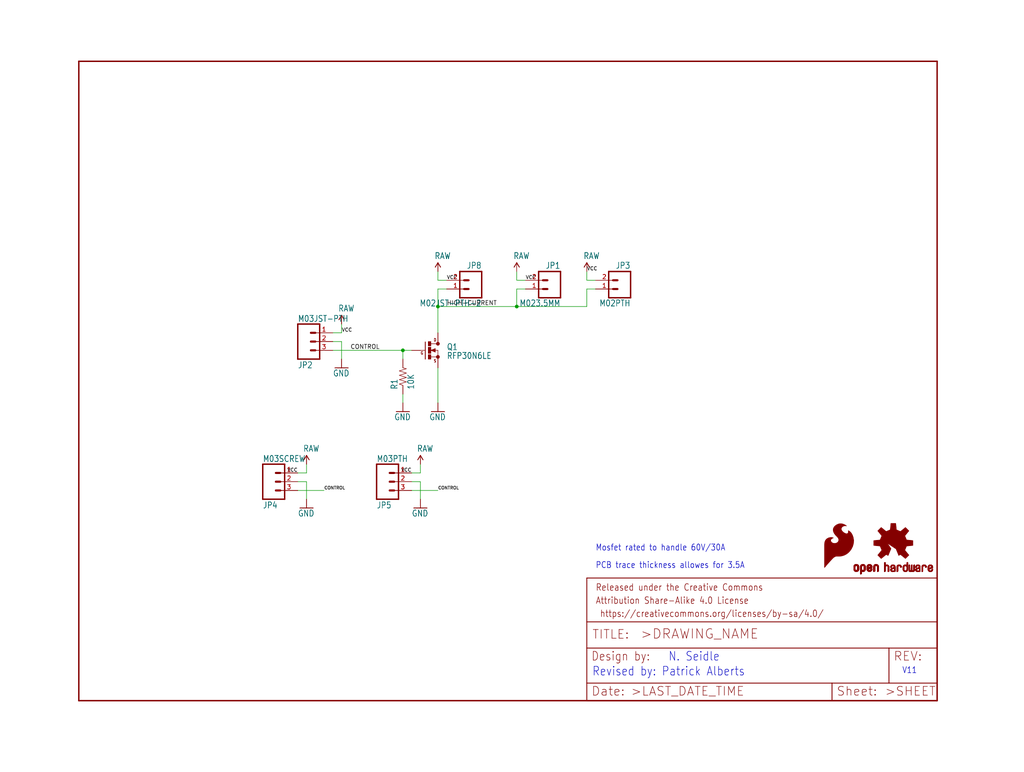
<source format=kicad_sch>
(kicad_sch (version 20211123) (generator eeschema)
  (paper "User" 297.002 223.926)
  (lib_symbols
    (symbol "schematicEagle-eagle-import:FRAME-LETTER"
      (symbol "FRAME-LETTER_2_0"
        (text " https://creativecommons.org/licenses/by-sa/4.0/" (at 2.54 24.13 0) (effects (font (size 1.9304 1.6408)) (justify left bottom)))
        (text ">DRAWING_NAME" (at 15.494 17.78 0) (effects (font (size 2.7432 2.7432)) (justify left bottom)))
        (text ">LAST_DATE_TIME" (at 12.7 1.27 0) (effects (font (size 2.54 2.54)) (justify left bottom)))
        (text ">SHEET" (at 86.36 1.27 0) (effects (font (size 2.54 2.54)) (justify left bottom)))
        (text "Attribution Share-Alike 4.0 License" (at 2.54 27.94 0) (effects (font (size 1.9304 1.6408)) (justify left bottom)))
        (text "Date:" (at 1.27 1.27 0) (effects (font (size 2.54 2.54)) (justify left bottom)))
        (text "Design by:" (at 1.27 11.43 0) (effects (font (size 2.54 2.159)) (justify left bottom)))
        (text "Released under the Creative Commons" (at 2.54 31.75 0) (effects (font (size 1.9304 1.6408)) (justify left bottom)))
        (text "REV:" (at 88.9 11.43 0) (effects (font (size 2.54 2.54)) (justify left bottom)))
        (text "Sheet:" (at 72.39 1.27 0) (effects (font (size 2.54 2.54)) (justify left bottom)))
        (text "TITLE:" (at 1.524 17.78 0) (effects (font (size 2.54 2.54)) (justify left bottom)))
      )
    )
    (symbol "schematicEagle-eagle-import:GND" (power)
      (property "Value" "GND" (at -2.54 -2.54 0))
      (symbol "GND_1_0"
        (pin power_in line (at 0 2.54 270) (length 2.54) (name "GND") (number "1"))
      )
    )
    (symbol "schematicEagle-eagle-import:M023.5MM"
      (property "Reference" "JP" (at -2.54 5.842 0))
      (property "Value" "M023.5MM" (at -2.54 -5.08 0))
      (symbol "M023.5MM_1_0"
        (pin passive line (at 7.62 0 180) (length 5.08) (name "1") (number "1"))
        (pin passive line (at 7.62 2.54 180) (length 5.08) (name "2") (number "2"))
      )
    )
    (symbol "schematicEagle-eagle-import:M02JST-PTH-2"
      (property "Reference" "JP" (at -2.54 5.842 0))
      (property "Value" "M02JST-PTH-2" (at -2.54 -5.08 0))
      (symbol "M02JST-PTH-2_1_0"
        (pin passive line (at 7.62 0 180) (length 5.08) (name "1") (number "1"))
        (pin passive line (at 7.62 2.54 180) (length 5.08) (name "2") (number "2"))
      )
    )
    (symbol "schematicEagle-eagle-import:M02PTH"
      (property "Reference" "JP" (at -2.54 5.842 0))
      (property "Value" "M02PTH" (at -2.54 -5.08 0))
      (symbol "M02PTH_1_0"
        (pin passive line (at 7.62 0 180) (length 5.08) (name "1") (number "1"))
        (pin passive line (at 7.62 2.54 180) (length 5.08) (name "2") (number "2"))
      )
    )
    (symbol "schematicEagle-eagle-import:M03JST-PTH"
      (property "Reference" "JP" (at -2.54 5.842 0))
      (property "Value" "M03JST-PTH" (at -2.54 -7.62 0))
      (symbol "M03JST-PTH_1_0"
        (pin passive line (at 7.62 -2.54 180) (length 5.08) (name "1") (number "1"))
        (pin passive line (at 7.62 0 180) (length 5.08) (name "2") (number "2"))
        (pin passive line (at 7.62 2.54 180) (length 5.08) (name "3") (number "3"))
      )
    )
    (symbol "schematicEagle-eagle-import:M03PTH"
      (property "Reference" "JP" (at -2.54 5.842 0))
      (property "Value" "M03PTH" (at -2.54 -7.62 0))
      (symbol "M03PTH_1_0"
        (pin passive line (at 7.62 -2.54 180) (length 5.08) (name "1") (number "1"))
        (pin passive line (at 7.62 0 180) (length 5.08) (name "2") (number "2"))
        (pin passive line (at 7.62 2.54 180) (length 5.08) (name "3") (number "3"))
      )
    )
    (symbol "schematicEagle-eagle-import:M03SCREW"
      (property "Reference" "JP" (at -2.54 5.842 0))
      (property "Value" "M03SCREW" (at -2.54 -7.62 0))
      (symbol "M03SCREW_1_0"
        (pin passive line (at 7.62 -2.54 180) (length 5.08) (name "1") (number "1"))
        (pin passive line (at 7.62 0 180) (length 5.08) (name "2") (number "2"))
        (pin passive line (at 7.62 2.54 180) (length 5.08) (name "3") (number "3"))
      )
    )
    (symbol "schematicEagle-eagle-import:MOSFET-NCHANNELPTH2"
      (property "Reference" "Q" (at 2.54 0 0))
      (property "Value" "MOSFET-NCHANNELPTH2" (at 2.54 -2.54 0))
      (symbol "MOSFET-NCHANNELPTH2_1_0"
        (text "D" (at -1.27 2.54 0) (effects (font (size 0.8128 0.6908)) (justify left bottom)))
        (text "G" (at -5.08 -1.27 0) (effects (font (size 0.8128 0.6908)) (justify left bottom)))
        (text "S" (at -1.27 -3.556 0) (effects (font (size 0.8128 0.6908)) (justify left bottom)))
        (pin passive line (at -7.62 0 0) (length 2.54) (name "G") (number "1"))
        (pin passive line (at 0 5.08 270) (length 2.54) (name "D") (number "2"))
        (pin passive line (at 0 -5.08 90) (length 2.54) (name "S") (number "3"))
      )
    )
    (symbol "schematicEagle-eagle-import:OSHW-LOGOS")
    (symbol "schematicEagle-eagle-import:RESISTORPTH1"
      (property "Reference" "R" (at -3.81 1.4986 0))
      (property "Value" "RESISTORPTH1" (at -3.81 -3.302 0))
      (symbol "RESISTORPTH1_1_0"
        (pin passive line (at -5.08 0 0) (length 2.54) (name "1") (number "P$1"))
        (pin passive line (at 5.08 0 180) (length 2.54) (name "2") (number "P$2"))
      )
    )
    (symbol "schematicEagle-eagle-import:SFE_LOGO_FLAME.1_INCH")
    (symbol "schematicEagle-eagle-import:VCC" (power)
      (property "Value" "VCC" (at -1.016 3.556 0))
      (symbol "VCC_1_0"
        (pin power_in line (at 0 0 90) (length 2.54) (name "VCC") (number "1"))
      )
    )
  )
  (junction (at 127 88.9))
  (junction (at 116.84 101.6))
  (junction (at 149.86 88.9))
  (wire (pts (xy 170.18 78.74) (xy 170.18 81.28)))
  (wire (pts (xy 86.36 137.16) (xy 88.9 137.16)))
  (wire (pts (xy 121.92 139.7) (xy 121.92 144.78)))
  (wire (pts (xy 99.06 96.52) (xy 99.06 93.98)))
  (wire (pts (xy 119.38 137.16) (xy 121.92 137.16)))
  (wire (pts (xy 119.38 139.7) (xy 121.92 139.7)))
  (wire (pts (xy 119.38 101.6) (xy 116.84 101.6)))
  (wire (pts (xy 88.9 139.7) (xy 88.9 144.78)))
  (wire (pts (xy 96.52 99.06) (xy 99.06 99.06)))
  (wire (pts (xy 88.9 137.16) (xy 88.9 134.62)))
  (wire (pts (xy 129.54 81.28) (xy 127 81.28)))
  (wire (pts (xy 149.86 88.9) (xy 127 88.9)))
  (wire (pts (xy 152.4 83.82) (xy 149.86 83.82)))
  (wire (pts (xy 170.18 83.82) (xy 170.18 88.9)))
  (wire (pts (xy 127 88.9) (xy 127 96.52)))
  (wire (pts (xy 86.36 139.7) (xy 88.9 139.7)))
  (wire (pts (xy 129.54 83.82) (xy 127 83.82)))
  (wire (pts (xy 99.06 99.06) (xy 99.06 104.14)))
  (wire (pts (xy 86.36 142.24) (xy 93.98 142.24)))
  (wire (pts (xy 152.4 81.28) (xy 149.86 81.28)))
  (wire (pts (xy 170.18 81.28) (xy 172.72 81.28)))
  (wire (pts (xy 127 116.84) (xy 127 106.68)))
  (wire (pts (xy 116.84 116.84) (xy 116.84 114.3)))
  (wire (pts (xy 149.86 83.82) (xy 149.86 88.9)))
  (wire (pts (xy 170.18 88.9) (xy 149.86 88.9)))
  (wire (pts (xy 116.84 101.6) (xy 116.84 104.14)))
  (wire (pts (xy 127 83.82) (xy 127 88.9)))
  (wire (pts (xy 149.86 81.28) (xy 149.86 78.74)))
  (wire (pts (xy 96.52 101.6) (xy 116.84 101.6)))
  (wire (pts (xy 119.38 142.24) (xy 127 142.24)))
  (wire (pts (xy 127 81.28) (xy 127 78.74)))
  (wire (pts (xy 99.06 96.52) (xy 96.52 96.52)))
  (wire (pts (xy 121.92 137.16) (xy 121.92 134.62)))
  (wire (pts (xy 172.72 83.82) (xy 170.18 83.82)))
  (text "PCB trace thickness allowes for 3.5A" (at 172.72 165.1 180) (effects (font (size 1.778 1.5113)) (justify left bottom)))
  (text "Mosfet rated to handle 60V/30A" (at 172.72 160.02 180) (effects (font (size 1.778 1.5113)) (justify left bottom)))
  (text "V11" (at 261.62 195.58 180) (effects (font (size 1.778 1.5113)) (justify left bottom)))
  (text "Revised by: Patrick Alberts" (at 171.704 196.342 180) (effects (font (size 2.54 2.159)) (justify left bottom)))
  (text "N. Seidle" (at 193.802 192.024 180) (effects (font (size 2.54 2.159)) (justify left bottom)))
  (label "VCC" (at 129.54 81.28 0) (effects (font (size 1.016 1.016))))
  (label "HIGH-CURRENT" (at 129.54 88.9 0) (effects (font (size 1.2446 1.2446))))
  (label "VCC" (at 152.4 81.28 0) (effects (font (size 1.016 1.016))))
  (label "VCC" (at 86.36 137.16 180) (effects (font (size 1.016 1.016))))
  (label "VCC" (at 99.06 96.52 0) (effects (font (size 1.016 1.016))))
  (label "VCC" (at 170.18 78.74 0) (effects (font (size 1.016 1.016))))
  (label "VCC" (at 119.38 137.16 180) (effects (font (size 1.016 1.016))))
  (label "CONTROL" (at 101.6 101.6 0) (effects (font (size 1.2446 1.2446))))
  (label "CONTROL" (at 93.98 142.24 0) (effects (font (size 0.889 0.889))))
  (label "CONTROL" (at 127 142.24 0) (effects (font (size 0.889 0.889))))
  (symbol (lib_id "schematicEagle-eagle-import:VCC") (at 88.9 134.62 0) (unit 1)
    (property "Reference" "#P+3" (effects hide))
    (property "Value" "RAW" (at 87.884 131.064 0) (effects (font (size 1.778 1.5113)) (justify left bottom)))
    (property "Footprint" "schematicEagle:" (effects hide))
  )
  (symbol (lib_id "schematicEagle-eagle-import:RESISTORPTH1") (at 116.84 109.22 90) (unit 1)
    (property "Reference" "R1" (at 115.3414 113.03 0) (effects (font (size 1.778 1.5113)) (justify left bottom)))
    (property "Value" "10K" (at 120.142 113.03 0) (effects (font (size 1.778 1.5113)) (justify left bottom)))
    (property "Footprint" "schematicEagle:AXIAL-0.3" (effects hide))
  )
  (symbol (lib_id "schematicEagle-eagle-import:SFE_LOGO_FLAME.1_INCH") (at 238.76 165.1 0) (unit 1)
    (property "Reference" "LOGO2" (effects hide))
    (property "Value" "SFE_LOGO_FLAME.1_INCH" (effects hide))
    (property "Footprint" "schematicEagle:SFE_LOGO_FLAME_.1" (effects hide))
  )
  (symbol (lib_id "schematicEagle-eagle-import:VCC") (at 121.92 134.62 0) (unit 1)
    (property "Reference" "#P+6" (effects hide))
    (property "Value" "RAW" (at 120.904 131.064 0) (effects (font (size 1.778 1.5113)) (justify left bottom)))
    (property "Footprint" "schematicEagle:" (effects hide))
  )
  (symbol (lib_id "schematicEagle-eagle-import:GND") (at 121.92 147.32 0) (unit 1)
    (property "Reference" "#GND4" (effects hide))
    (property "Value" "GND" (at 119.38 149.86 0) (effects (font (size 1.778 1.5113)) (justify left bottom)))
    (property "Footprint" "schematicEagle:" (effects hide))
  )
  (symbol (lib_id "schematicEagle-eagle-import:M03PTH") (at 111.76 139.7 0) (mirror x) (unit 1)
    (property "Reference" "JP5" (at 109.22 145.542 0) (effects (font (size 1.778 1.5113)) (justify left bottom)))
    (property "Value" "M03PTH" (at 109.22 132.08 0) (effects (font (size 1.778 1.5113)) (justify left bottom)))
    (property "Footprint" "schematicEagle:1X03" (effects hide))
  )
  (symbol (lib_id "schematicEagle-eagle-import:M02JST-PTH-2") (at 137.16 83.82 0) (mirror y) (unit 1)
    (property "Reference" "JP8" (at 139.7 77.978 0) (effects (font (size 1.778 1.5113)) (justify left bottom)))
    (property "Value" "M02JST-PTH-2" (at 139.7 88.9 0) (effects (font (size 1.778 1.5113)) (justify left bottom)))
    (property "Footprint" "schematicEagle:JST-2-PTH" (effects hide))
  )
  (symbol (lib_id "schematicEagle-eagle-import:VCC") (at 149.86 78.74 0) (unit 1)
    (property "Reference" "#P+4" (effects hide))
    (property "Value" "RAW" (at 148.844 75.184 0) (effects (font (size 1.778 1.5113)) (justify left bottom)))
    (property "Footprint" "schematicEagle:" (effects hide))
  )
  (symbol (lib_id "schematicEagle-eagle-import:M03SCREW") (at 78.74 139.7 0) (mirror x) (unit 1)
    (property "Reference" "JP4" (at 76.2 145.542 0) (effects (font (size 1.778 1.5113)) (justify left bottom)))
    (property "Value" "M03SCREW" (at 76.2 132.08 0) (effects (font (size 1.778 1.5113)) (justify left bottom)))
    (property "Footprint" "schematicEagle:SCREWTERMINAL-3.5MM-3" (effects hide))
  )
  (symbol (lib_id "schematicEagle-eagle-import:GND") (at 116.84 119.38 0) (unit 1)
    (property "Reference" "#GND1" (effects hide))
    (property "Value" "GND" (at 114.3 121.92 0) (effects (font (size 1.778 1.5113)) (justify left bottom)))
    (property "Footprint" "schematicEagle:" (effects hide))
  )
  (symbol (lib_id "schematicEagle-eagle-import:OSHW-LOGOS") (at 259.08 157.48 0) (unit 1)
    (property "Reference" "LOGO1" (effects hide))
    (property "Value" "OSHW-LOGOS" (effects hide))
    (property "Footprint" "schematicEagle:OSHW-LOGO-S" (effects hide))
  )
  (symbol (lib_id "schematicEagle-eagle-import:M02PTH") (at 180.34 83.82 0) (mirror y) (unit 1)
    (property "Reference" "JP3" (at 182.88 77.978 0) (effects (font (size 1.778 1.5113)) (justify left bottom)))
    (property "Value" "M02PTH" (at 182.88 88.9 0) (effects (font (size 1.778 1.5113)) (justify left bottom)))
    (property "Footprint" "schematicEagle:1X02" (effects hide))
  )
  (symbol (lib_id "schematicEagle-eagle-import:M03JST-PTH") (at 88.9 99.06 0) (mirror x) (unit 1)
    (property "Reference" "JP2" (at 86.36 104.902 0) (effects (font (size 1.778 1.5113)) (justify left bottom)))
    (property "Value" "M03JST-PTH" (at 86.36 91.44 0) (effects (font (size 1.778 1.5113)) (justify left bottom)))
    (property "Footprint" "schematicEagle:JST-3-PTH" (effects hide))
  )
  (symbol (lib_id "schematicEagle-eagle-import:FRAME-LETTER") (at 170.18 203.2 0) (unit 2)
    (property "Reference" "FRAME1" (effects hide))
    (property "Value" "FRAME-LETTER" (effects hide))
    (property "Footprint" "schematicEagle:CREATIVE_COMMONS" (effects hide))
  )
  (symbol (lib_id "schematicEagle-eagle-import:GND") (at 127 119.38 0) (unit 1)
    (property "Reference" "#GND5" (effects hide))
    (property "Value" "GND" (at 124.46 121.92 0) (effects (font (size 1.778 1.5113)) (justify left bottom)))
    (property "Footprint" "schematicEagle:" (effects hide))
  )
  (symbol (lib_id "schematicEagle-eagle-import:MOSFET-NCHANNELPTH2") (at 127 101.6 0) (unit 1)
    (property "Reference" "Q1" (at 129.54 101.6 0) (effects (font (size 1.778 1.5113)) (justify left bottom)))
    (property "Value" "RFP30N6LE" (at 129.54 104.14 0) (effects (font (size 1.778 1.5113)) (justify left bottom)))
    (property "Footprint" "schematicEagle:TO220V" (effects hide))
  )
  (symbol (lib_id "schematicEagle-eagle-import:VCC") (at 170.18 78.74 0) (unit 1)
    (property "Reference" "#P+5" (effects hide))
    (property "Value" "RAW" (at 169.164 75.184 0) (effects (font (size 1.778 1.5113)) (justify left bottom)))
    (property "Footprint" "schematicEagle:" (effects hide))
  )
  (symbol (lib_id "schematicEagle-eagle-import:GND") (at 88.9 147.32 0) (unit 1)
    (property "Reference" "#GND3" (effects hide))
    (property "Value" "GND" (at 86.36 149.86 0) (effects (font (size 1.778 1.5113)) (justify left bottom)))
    (property "Footprint" "schematicEagle:" (effects hide))
  )
  (symbol (lib_id "schematicEagle-eagle-import:GND") (at 99.06 106.68 0) (unit 1)
    (property "Reference" "#GND2" (effects hide))
    (property "Value" "GND" (at 96.52 109.22 0) (effects (font (size 1.778 1.5113)) (justify left bottom)))
    (property "Footprint" "schematicEagle:" (effects hide))
  )
  (symbol (lib_id "schematicEagle-eagle-import:VCC") (at 99.06 93.98 0) (unit 1)
    (property "Reference" "#P+1" (effects hide))
    (property "Value" "RAW" (at 98.044 90.424 0) (effects (font (size 1.778 1.5113)) (justify left bottom)))
    (property "Footprint" "schematicEagle:" (effects hide))
  )
  (symbol (lib_id "schematicEagle-eagle-import:FRAME-LETTER") (at 22.86 203.2 0) (unit 1)
    (property "Reference" "FRAME1" (effects hide))
    (property "Value" "FRAME-LETTER" (effects hide))
    (property "Footprint" "schematicEagle:CREATIVE_COMMONS" (effects hide))
  )
  (symbol (lib_id "schematicEagle-eagle-import:VCC") (at 127 78.74 0) (unit 1)
    (property "Reference" "#P+2" (effects hide))
    (property "Value" "RAW" (at 125.984 75.184 0) (effects (font (size 1.778 1.5113)) (justify left bottom)))
    (property "Footprint" "schematicEagle:" (effects hide))
  )
  (symbol (lib_id "schematicEagle-eagle-import:M023.5MM") (at 160.02 83.82 0) (mirror y) (unit 1)
    (property "Reference" "JP1" (at 162.56 77.978 0) (effects (font (size 1.778 1.5113)) (justify left bottom)))
    (property "Value" "M023.5MM" (at 162.56 88.9 0) (effects (font (size 1.778 1.5113)) (justify left bottom)))
    (property "Footprint" "schematicEagle:SCREWTERMINAL-3.5MM-2" (effects hide))
  )
)
</source>
